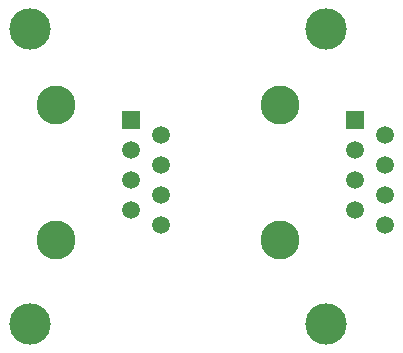
<source format=gbr>
%TF.GenerationSoftware,KiCad,Pcbnew,(5.1.7)-1*%
%TF.CreationDate,2020-11-07T09:06:04-05:00*%
%TF.ProjectId,Rec_Converter,5265635f-436f-46e7-9665-727465722e6b,v1*%
%TF.SameCoordinates,Original*%
%TF.FileFunction,Soldermask,Bot*%
%TF.FilePolarity,Negative*%
%FSLAX46Y46*%
G04 Gerber Fmt 4.6, Leading zero omitted, Abs format (unit mm)*
G04 Created by KiCad (PCBNEW (5.1.7)-1) date 2020-11-07 09:06:04*
%MOMM*%
%LPD*%
G01*
G04 APERTURE LIST*
%ADD10C,1.500000*%
%ADD11R,1.500000X1.500000*%
%ADD12C,3.300000*%
%ADD13C,3.500000*%
G04 APERTURE END LIST*
D10*
%TO.C,J1*%
X150040000Y-114640000D03*
X147500000Y-113370000D03*
X150040000Y-112100000D03*
X147500000Y-110830000D03*
X150040000Y-109560000D03*
X147500000Y-108290000D03*
X150040000Y-107020000D03*
D11*
X147500000Y-105750000D03*
D12*
X141150000Y-104480000D03*
X141150000Y-115910000D03*
%TD*%
D10*
%TO.C,J2*%
X169040000Y-114640000D03*
X166500000Y-113370000D03*
X169040000Y-112100000D03*
X166500000Y-110830000D03*
X169040000Y-109560000D03*
X166500000Y-108290000D03*
X169040000Y-107020000D03*
D11*
X166500000Y-105750000D03*
D12*
X160150000Y-104480000D03*
X160150000Y-115910000D03*
%TD*%
D13*
%TO.C,H4*%
X164000000Y-123000000D03*
%TD*%
%TO.C,H3*%
X164000000Y-98000000D03*
%TD*%
%TO.C,H2*%
X139000000Y-123000000D03*
%TD*%
%TO.C,H1*%
X139000000Y-98000000D03*
%TD*%
M02*

</source>
